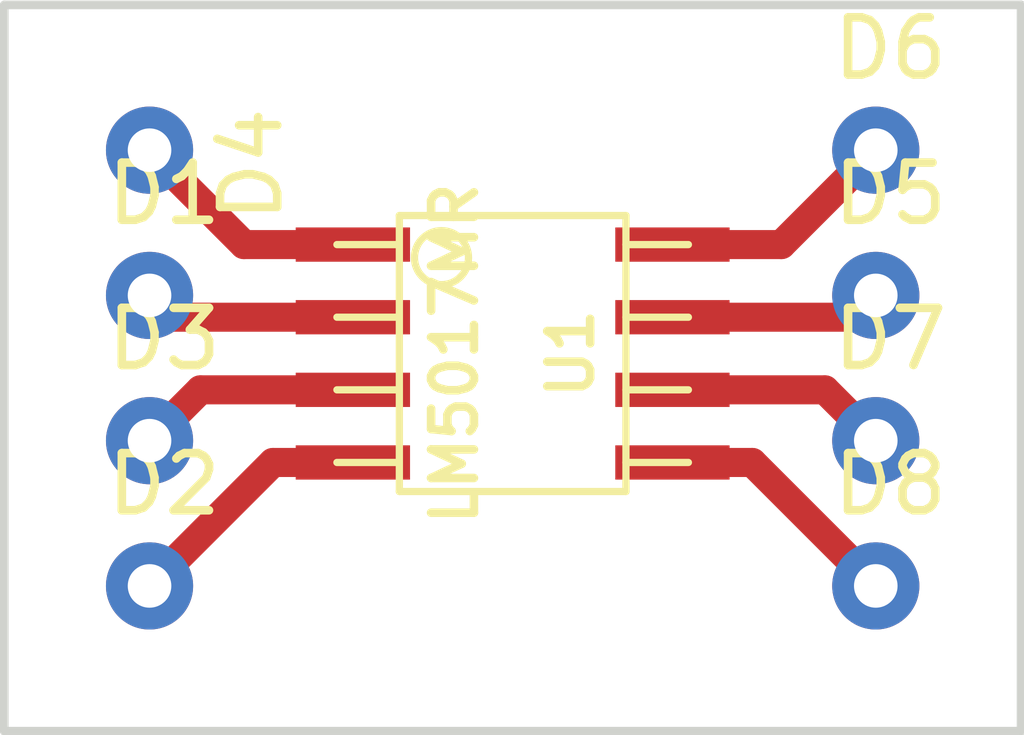
<source format=kicad_pcb>
(kicad_pcb (version 4) (host pcbnew 4.0.5+dfsg1-4)

  (general
    (links 8)
    (no_connects 0)
    (area 134.353 93.459 152.475001 107.047)
    (thickness 1.6)
    (drawings 4)
    (tracks 16)
    (zones 0)
    (modules 9)
    (nets 9)
  )

  (page A4)
  (layers
    (0 F.Cu signal)
    (31 B.Cu signal)
    (32 B.Adhes user)
    (33 F.Adhes user)
    (34 B.Paste user)
    (35 F.Paste user)
    (36 B.SilkS user)
    (37 F.SilkS user)
    (38 B.Mask user)
    (39 F.Mask user)
    (40 Dwgs.User user)
    (41 Cmts.User user)
    (42 Eco1.User user)
    (43 Eco2.User user)
    (44 Edge.Cuts user)
    (45 Margin user)
    (46 B.CrtYd user)
    (47 F.CrtYd user)
    (48 B.Fab user)
    (49 F.Fab user)
  )

  (setup
    (last_trace_width 0.508)
    (trace_clearance 0.508)
    (zone_clearance 0.508)
    (zone_45_only no)
    (trace_min 0.2)
    (segment_width 0.2)
    (edge_width 0.15)
    (via_size 0.6)
    (via_drill 0.4)
    (via_min_size 0.4)
    (via_min_drill 0.3)
    (uvia_size 0.3)
    (uvia_drill 0.1)
    (uvias_allowed no)
    (uvia_min_size 0.2)
    (uvia_min_drill 0.1)
    (pcb_text_width 0.3)
    (pcb_text_size 1.5 1.5)
    (mod_edge_width 0.15)
    (mod_text_size 1 1)
    (mod_text_width 0.15)
    (pad_size 1.524 1.524)
    (pad_drill 0.762)
    (pad_to_mask_clearance 0.2)
    (aux_axis_origin 0 0)
    (visible_elements FFFFFF7F)
    (pcbplotparams
      (layerselection 0x00030_80000001)
      (usegerberextensions false)
      (excludeedgelayer true)
      (linewidth 0.050000)
      (plotframeref false)
      (viasonmask false)
      (mode 1)
      (useauxorigin false)
      (hpglpennumber 1)
      (hpglpenspeed 20)
      (hpglpendiameter 15)
      (hpglpenoverlay 2)
      (psnegative false)
      (psa4output false)
      (plotreference true)
      (plotvalue true)
      (plotinvisibletext false)
      (padsonsilk false)
      (subtractmaskfromsilk false)
      (outputformat 1)
      (mirror false)
      (drillshape 1)
      (scaleselection 1)
      (outputdirectory ""))
  )

  (net 0 "")
  (net 1 "Net-(D1-Pad1)")
  (net 2 "Net-(D2-Pad1)")
  (net 3 "Net-(D3-Pad1)")
  (net 4 "Net-(D4-Pad1)")
  (net 5 "Net-(D5-Pad1)")
  (net 6 "Net-(D6-Pad1)")
  (net 7 "Net-(D7-Pad1)")
  (net 8 "Net-(D8-Pad1)")

  (net_class Default "Это класс цепей по умолчанию."
    (clearance 0.508)
    (trace_width 0.508)
    (via_dia 0.6)
    (via_drill 0.4)
    (uvia_dia 0.3)
    (uvia_drill 0.1)
    (add_net "Net-(D1-Pad1)")
    (add_net "Net-(D2-Pad1)")
    (add_net "Net-(D3-Pad1)")
    (add_net "Net-(D4-Pad1)")
    (add_net "Net-(D5-Pad1)")
    (add_net "Net-(D6-Pad1)")
    (add_net "Net-(D7-Pad1)")
    (add_net "Net-(D8-Pad1)")
  )

  (module custom:1pin (layer F.Cu) (tedit 5958F8D5) (tstamp 5958FA11)
    (at 137.16 99.06)
    (path /5958F926)
    (fp_text reference D1 (at 0.254 -1.778) (layer F.SilkS)
      (effects (font (size 1 1) (thickness 0.15)))
    )
    (fp_text value DIP1 (at 0 1.524) (layer F.Fab) hide
      (effects (font (size 1 1) (thickness 0.15)))
    )
    (pad 1 thru_hole circle (at 0 0) (size 1.524 1.524) (drill 0.762) (layers *.Cu *.Mask)
      (net 1 "Net-(D1-Pad1)"))
  )

  (module custom:1pin (layer F.Cu) (tedit 5958FADE) (tstamp 5958FA16)
    (at 137.16 104.14)
    (path /5958FA2A)
    (fp_text reference D2 (at 0.254 -1.778 180) (layer F.SilkS)
      (effects (font (size 1 1) (thickness 0.15)))
    )
    (fp_text value DIP1 (at 0 1.524) (layer F.Fab) hide
      (effects (font (size 1 1) (thickness 0.15)))
    )
    (pad 1 thru_hole circle (at 0 0) (size 1.524 1.524) (drill 0.762) (layers *.Cu *.Mask)
      (net 2 "Net-(D2-Pad1)"))
  )

  (module custom:1pin (layer F.Cu) (tedit 5958FAF1) (tstamp 5958FA1B)
    (at 137.16 101.6)
    (path /5958FAB0)
    (fp_text reference D3 (at 0.254 -1.778 180) (layer F.SilkS)
      (effects (font (size 1 1) (thickness 0.15)))
    )
    (fp_text value DIP1 (at 0 1.524) (layer F.Fab) hide
      (effects (font (size 1 1) (thickness 0.15)))
    )
    (pad 1 thru_hole circle (at 0 0) (size 1.524 1.524) (drill 0.762) (layers *.Cu *.Mask)
      (net 3 "Net-(D3-Pad1)"))
  )

  (module custom:1pin (layer F.Cu) (tedit 5958FAB9) (tstamp 5958FA20)
    (at 137.16 96.52 270)
    (path /5958F9FB)
    (fp_text reference D4 (at 0.254 -1.778 450) (layer F.SilkS)
      (effects (font (size 1 1) (thickness 0.15)))
    )
    (fp_text value DIP1 (at 0 1.524 270) (layer F.Fab) hide
      (effects (font (size 1 1) (thickness 0.15)))
    )
    (pad 1 thru_hole circle (at 0 0 270) (size 1.524 1.524) (drill 0.762) (layers *.Cu *.Mask)
      (net 4 "Net-(D4-Pad1)"))
  )

  (module custom:1pin (layer F.Cu) (tedit 5958F8D5) (tstamp 5958FA25)
    (at 149.86 99.06)
    (path /5958F7BA)
    (fp_text reference D5 (at 0.254 -1.778) (layer F.SilkS)
      (effects (font (size 1 1) (thickness 0.15)))
    )
    (fp_text value DIP1 (at 0 1.524) (layer F.Fab) hide
      (effects (font (size 1 1) (thickness 0.15)))
    )
    (pad 1 thru_hole circle (at 0 0) (size 1.524 1.524) (drill 0.762) (layers *.Cu *.Mask)
      (net 5 "Net-(D5-Pad1)"))
  )

  (module custom:1pin (layer F.Cu) (tedit 5958F8D5) (tstamp 5958FA2A)
    (at 149.86 96.52)
    (path /5958F879)
    (fp_text reference D6 (at 0.254 -1.778) (layer F.SilkS)
      (effects (font (size 1 1) (thickness 0.15)))
    )
    (fp_text value DIP1 (at 0 1.524) (layer F.Fab) hide
      (effects (font (size 1 1) (thickness 0.15)))
    )
    (pad 1 thru_hole circle (at 0 0) (size 1.524 1.524) (drill 0.762) (layers *.Cu *.Mask)
      (net 6 "Net-(D6-Pad1)"))
  )

  (module custom:1pin (layer F.Cu) (tedit 5958F8D5) (tstamp 5958FA2F)
    (at 149.86 101.6)
    (path /5958F8AB)
    (fp_text reference D7 (at 0.254 -1.778) (layer F.SilkS)
      (effects (font (size 1 1) (thickness 0.15)))
    )
    (fp_text value DIP1 (at 0 1.524) (layer F.Fab) hide
      (effects (font (size 1 1) (thickness 0.15)))
    )
    (pad 1 thru_hole circle (at 0 0) (size 1.524 1.524) (drill 0.762) (layers *.Cu *.Mask)
      (net 7 "Net-(D7-Pad1)"))
  )

  (module custom:1pin (layer F.Cu) (tedit 5958F8D5) (tstamp 5958FA34)
    (at 149.86 104.14)
    (path /5958F8FF)
    (fp_text reference D8 (at 0.254 -1.778) (layer F.SilkS)
      (effects (font (size 1 1) (thickness 0.15)))
    )
    (fp_text value DIP1 (at 0 1.524) (layer F.Fab) hide
      (effects (font (size 1 1) (thickness 0.15)))
    )
    (pad 1 thru_hole circle (at 0 0) (size 1.524 1.524) (drill 0.762) (layers *.Cu *.Mask)
      (net 8 "Net-(D8-Pad1)"))
  )

  (module w_smd_dil:so-8 (layer F.Cu) (tedit 0) (tstamp 5958FA40)
    (at 143.51 100.076 270)
    (descr SO-8)
    (path /5958F6D2)
    (fp_text reference U1 (at 0 -1.016 270) (layer F.SilkS)
      (effects (font (size 0.7493 0.7493) (thickness 0.14986)))
    )
    (fp_text value LM5017MR (at 0 1.016 270) (layer F.SilkS)
      (effects (font (size 0.7493 0.7493) (thickness 0.14986)))
    )
    (fp_line (start -2.413 -1.9812) (end -2.413 1.9812) (layer F.SilkS) (width 0.127))
    (fp_line (start -2.413 1.9812) (end 2.413 1.9812) (layer F.SilkS) (width 0.127))
    (fp_line (start 2.413 1.9812) (end 2.413 -1.9812) (layer F.SilkS) (width 0.127))
    (fp_line (start 2.413 -1.9812) (end -2.413 -1.9812) (layer F.SilkS) (width 0.127))
    (fp_line (start -1.905 -1.9812) (end -1.905 -3.0734) (layer F.SilkS) (width 0.127))
    (fp_line (start -0.635 -1.9812) (end -0.635 -3.0734) (layer F.SilkS) (width 0.127))
    (fp_line (start 0.635 -1.9812) (end 0.635 -3.0734) (layer F.SilkS) (width 0.127))
    (fp_line (start 1.905 -3.0734) (end 1.905 -1.9812) (layer F.SilkS) (width 0.127))
    (fp_line (start 1.905 1.9812) (end 1.905 3.0734) (layer F.SilkS) (width 0.127))
    (fp_line (start 0.635 3.0734) (end 0.635 1.9812) (layer F.SilkS) (width 0.127))
    (fp_line (start -0.635 3.0734) (end -0.635 1.9812) (layer F.SilkS) (width 0.127))
    (fp_line (start -1.905 3.0734) (end -1.905 1.9812) (layer F.SilkS) (width 0.127))
    (fp_circle (center -1.6764 1.2446) (end -1.9558 1.6256) (layer F.SilkS) (width 0.127))
    (pad 1 smd rect (at -1.905 2.794 270) (size 0.59944 1.99898) (layers F.Cu F.Paste F.Mask)
      (net 4 "Net-(D4-Pad1)"))
    (pad 2 smd rect (at -0.635 2.794 270) (size 0.59944 1.99898) (layers F.Cu F.Paste F.Mask)
      (net 1 "Net-(D1-Pad1)"))
    (pad 3 smd rect (at 0.635 2.794 270) (size 0.59944 1.99898) (layers F.Cu F.Paste F.Mask)
      (net 3 "Net-(D3-Pad1)"))
    (pad 4 smd rect (at 1.905 2.794 270) (size 0.59944 1.99898) (layers F.Cu F.Paste F.Mask)
      (net 2 "Net-(D2-Pad1)"))
    (pad 5 smd rect (at 1.905 -2.794 270) (size 0.59944 1.99898) (layers F.Cu F.Paste F.Mask)
      (net 8 "Net-(D8-Pad1)"))
    (pad 6 smd rect (at 0.635 -2.794 270) (size 0.59944 1.99898) (layers F.Cu F.Paste F.Mask)
      (net 7 "Net-(D7-Pad1)"))
    (pad 7 smd rect (at -0.635 -2.794 270) (size 0.59944 1.99898) (layers F.Cu F.Paste F.Mask)
      (net 5 "Net-(D5-Pad1)"))
    (pad 8 smd rect (at -1.905 -2.794 270) (size 0.59944 1.99898) (layers F.Cu F.Paste F.Mask)
      (net 6 "Net-(D6-Pad1)"))
    (model walter/smd_dil/so-8.wrl
      (at (xyz 0 0 0))
      (scale (xyz 1 1 1))
      (rotate (xyz 0 0 0))
    )
  )

  (gr_line (start 134.62 106.68) (end 134.62 93.98) (angle 90) (layer Edge.Cuts) (width 0.15))
  (gr_line (start 152.4 106.68) (end 134.62 106.68) (angle 90) (layer Edge.Cuts) (width 0.15))
  (gr_line (start 152.4 93.98) (end 152.4 106.68) (angle 90) (layer Edge.Cuts) (width 0.15))
  (gr_line (start 134.62 93.98) (end 152.4 93.98) (angle 90) (layer Edge.Cuts) (width 0.15))

  (segment (start 140.716 99.441) (end 137.541 99.441) (width 0.508) (layer F.Cu) (net 1))
  (segment (start 137.541 99.441) (end 137.16 99.06) (width 0.508) (layer F.Cu) (net 1) (tstamp 5958FC35))
  (segment (start 140.716 101.981) (end 139.319 101.981) (width 0.508) (layer F.Cu) (net 2))
  (segment (start 139.319 101.981) (end 137.16 104.14) (width 0.508) (layer F.Cu) (net 2) (tstamp 5958FC3B))
  (segment (start 140.716 100.711) (end 138.049 100.711) (width 0.508) (layer F.Cu) (net 3))
  (segment (start 138.049 100.711) (end 137.16 101.6) (width 0.508) (layer F.Cu) (net 3) (tstamp 5958FC38))
  (segment (start 140.716 98.171) (end 138.811 98.171) (width 0.508) (layer F.Cu) (net 4))
  (segment (start 138.811 98.171) (end 137.16 96.52) (width 0.508) (layer F.Cu) (net 4) (tstamp 5958FC32))
  (segment (start 146.304 99.441) (end 149.479 99.441) (width 0.508) (layer F.Cu) (net 5))
  (segment (start 149.479 99.441) (end 149.86 99.06) (width 0.508) (layer F.Cu) (net 5) (tstamp 5958FC41))
  (segment (start 146.304 98.171) (end 148.209 98.171) (width 0.508) (layer F.Cu) (net 6))
  (segment (start 148.209 98.171) (end 149.86 96.52) (width 0.508) (layer F.Cu) (net 6) (tstamp 5958FC3E))
  (segment (start 146.304 100.711) (end 148.971 100.711) (width 0.508) (layer F.Cu) (net 7))
  (segment (start 148.971 100.711) (end 149.86 101.6) (width 0.508) (layer F.Cu) (net 7) (tstamp 5958FC44))
  (segment (start 146.304 101.981) (end 147.701 101.981) (width 0.508) (layer F.Cu) (net 8))
  (segment (start 147.701 101.981) (end 149.86 104.14) (width 0.508) (layer F.Cu) (net 8) (tstamp 5958FC47))

)

</source>
